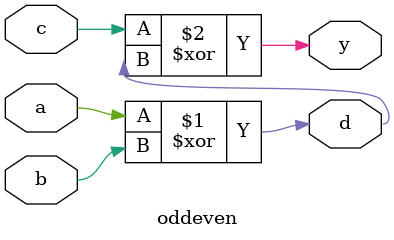
<source format=v>
module oddeven(a,b,c,d,y);
input a,b,c;
output y,d;
xor xor1(d,a,b);
xor xor2(y,c,d);
endmodule
</source>
